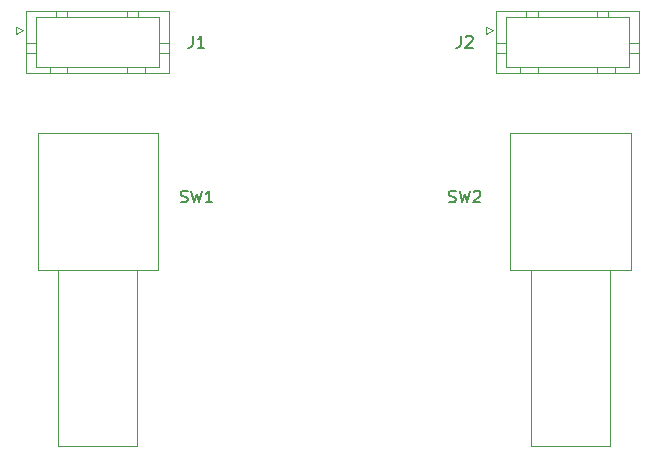
<source format=gbr>
%TF.GenerationSoftware,KiCad,Pcbnew,9.0.5*%
%TF.CreationDate,2025-10-21T11:31:11+02:00*%
%TF.ProjectId,PCB_switches,5043425f-7377-4697-9463-6865732e6b69,rev?*%
%TF.SameCoordinates,Original*%
%TF.FileFunction,Legend,Top*%
%TF.FilePolarity,Positive*%
%FSLAX46Y46*%
G04 Gerber Fmt 4.6, Leading zero omitted, Abs format (unit mm)*
G04 Created by KiCad (PCBNEW 9.0.5) date 2025-10-21 11:31:11*
%MOMM*%
%LPD*%
G01*
G04 APERTURE LIST*
%ADD10C,0.150000*%
%ADD11C,0.120000*%
G04 APERTURE END LIST*
D10*
X116066667Y-102507200D02*
X116209524Y-102554819D01*
X116209524Y-102554819D02*
X116447619Y-102554819D01*
X116447619Y-102554819D02*
X116542857Y-102507200D01*
X116542857Y-102507200D02*
X116590476Y-102459580D01*
X116590476Y-102459580D02*
X116638095Y-102364342D01*
X116638095Y-102364342D02*
X116638095Y-102269104D01*
X116638095Y-102269104D02*
X116590476Y-102173866D01*
X116590476Y-102173866D02*
X116542857Y-102126247D01*
X116542857Y-102126247D02*
X116447619Y-102078628D01*
X116447619Y-102078628D02*
X116257143Y-102031009D01*
X116257143Y-102031009D02*
X116161905Y-101983390D01*
X116161905Y-101983390D02*
X116114286Y-101935771D01*
X116114286Y-101935771D02*
X116066667Y-101840533D01*
X116066667Y-101840533D02*
X116066667Y-101745295D01*
X116066667Y-101745295D02*
X116114286Y-101650057D01*
X116114286Y-101650057D02*
X116161905Y-101602438D01*
X116161905Y-101602438D02*
X116257143Y-101554819D01*
X116257143Y-101554819D02*
X116495238Y-101554819D01*
X116495238Y-101554819D02*
X116638095Y-101602438D01*
X116971429Y-101554819D02*
X117209524Y-102554819D01*
X117209524Y-102554819D02*
X117400000Y-101840533D01*
X117400000Y-101840533D02*
X117590476Y-102554819D01*
X117590476Y-102554819D02*
X117828572Y-101554819D01*
X118733333Y-102554819D02*
X118161905Y-102554819D01*
X118447619Y-102554819D02*
X118447619Y-101554819D01*
X118447619Y-101554819D02*
X118352381Y-101697676D01*
X118352381Y-101697676D02*
X118257143Y-101792914D01*
X118257143Y-101792914D02*
X118161905Y-101840533D01*
X117066666Y-88454819D02*
X117066666Y-89169104D01*
X117066666Y-89169104D02*
X117019047Y-89311961D01*
X117019047Y-89311961D02*
X116923809Y-89407200D01*
X116923809Y-89407200D02*
X116780952Y-89454819D01*
X116780952Y-89454819D02*
X116685714Y-89454819D01*
X118066666Y-89454819D02*
X117495238Y-89454819D01*
X117780952Y-89454819D02*
X117780952Y-88454819D01*
X117780952Y-88454819D02*
X117685714Y-88597676D01*
X117685714Y-88597676D02*
X117590476Y-88692914D01*
X117590476Y-88692914D02*
X117495238Y-88740533D01*
X139766666Y-88454819D02*
X139766666Y-89169104D01*
X139766666Y-89169104D02*
X139719047Y-89311961D01*
X139719047Y-89311961D02*
X139623809Y-89407200D01*
X139623809Y-89407200D02*
X139480952Y-89454819D01*
X139480952Y-89454819D02*
X139385714Y-89454819D01*
X140195238Y-88550057D02*
X140242857Y-88502438D01*
X140242857Y-88502438D02*
X140338095Y-88454819D01*
X140338095Y-88454819D02*
X140576190Y-88454819D01*
X140576190Y-88454819D02*
X140671428Y-88502438D01*
X140671428Y-88502438D02*
X140719047Y-88550057D01*
X140719047Y-88550057D02*
X140766666Y-88645295D01*
X140766666Y-88645295D02*
X140766666Y-88740533D01*
X140766666Y-88740533D02*
X140719047Y-88883390D01*
X140719047Y-88883390D02*
X140147619Y-89454819D01*
X140147619Y-89454819D02*
X140766666Y-89454819D01*
X138766667Y-102507200D02*
X138909524Y-102554819D01*
X138909524Y-102554819D02*
X139147619Y-102554819D01*
X139147619Y-102554819D02*
X139242857Y-102507200D01*
X139242857Y-102507200D02*
X139290476Y-102459580D01*
X139290476Y-102459580D02*
X139338095Y-102364342D01*
X139338095Y-102364342D02*
X139338095Y-102269104D01*
X139338095Y-102269104D02*
X139290476Y-102173866D01*
X139290476Y-102173866D02*
X139242857Y-102126247D01*
X139242857Y-102126247D02*
X139147619Y-102078628D01*
X139147619Y-102078628D02*
X138957143Y-102031009D01*
X138957143Y-102031009D02*
X138861905Y-101983390D01*
X138861905Y-101983390D02*
X138814286Y-101935771D01*
X138814286Y-101935771D02*
X138766667Y-101840533D01*
X138766667Y-101840533D02*
X138766667Y-101745295D01*
X138766667Y-101745295D02*
X138814286Y-101650057D01*
X138814286Y-101650057D02*
X138861905Y-101602438D01*
X138861905Y-101602438D02*
X138957143Y-101554819D01*
X138957143Y-101554819D02*
X139195238Y-101554819D01*
X139195238Y-101554819D02*
X139338095Y-101602438D01*
X139671429Y-101554819D02*
X139909524Y-102554819D01*
X139909524Y-102554819D02*
X140100000Y-101840533D01*
X140100000Y-101840533D02*
X140290476Y-102554819D01*
X140290476Y-102554819D02*
X140528572Y-101554819D01*
X140861905Y-101650057D02*
X140909524Y-101602438D01*
X140909524Y-101602438D02*
X141004762Y-101554819D01*
X141004762Y-101554819D02*
X141242857Y-101554819D01*
X141242857Y-101554819D02*
X141338095Y-101602438D01*
X141338095Y-101602438D02*
X141385714Y-101650057D01*
X141385714Y-101650057D02*
X141433333Y-101745295D01*
X141433333Y-101745295D02*
X141433333Y-101840533D01*
X141433333Y-101840533D02*
X141385714Y-101983390D01*
X141385714Y-101983390D02*
X140814286Y-102554819D01*
X140814286Y-102554819D02*
X141433333Y-102554819D01*
%TO.C,SW1*%
D11*
X103947791Y-96717500D02*
X114147791Y-96717500D01*
X114147791Y-108317500D01*
X103947791Y-108317500D01*
X103947791Y-96717500D01*
X105697791Y-108317500D02*
X112397791Y-108317500D01*
X112397791Y-123217500D01*
X105697791Y-123217500D01*
X105697791Y-108317500D01*
%TO.C,J1*%
X102140000Y-87700000D02*
X102740000Y-88000000D01*
X102140000Y-88300000D02*
X102140000Y-87700000D01*
X102740000Y-88000000D02*
X102140000Y-88300000D01*
X102940000Y-86390000D02*
X102940000Y-91610000D01*
X102940000Y-89100000D02*
X103800000Y-89100000D01*
X102940000Y-89900000D02*
X103800000Y-89900000D01*
X102940000Y-91610000D02*
X115060000Y-91610000D01*
X103800000Y-86900000D02*
X103800000Y-91100000D01*
X103800000Y-91100000D02*
X114200000Y-91100000D01*
X104970000Y-91610000D02*
X104970000Y-91100000D01*
X105530000Y-86390000D02*
X105530000Y-86900000D01*
X106470000Y-86390000D02*
X106470000Y-86900000D01*
X106470000Y-91610000D02*
X106470000Y-91100000D01*
X111530000Y-86390000D02*
X111530000Y-86900000D01*
X111530000Y-91610000D02*
X111530000Y-91100000D01*
X112470000Y-86390000D02*
X112470000Y-86900000D01*
X113030000Y-91610000D02*
X113030000Y-91100000D01*
X114200000Y-86900000D02*
X103800000Y-86900000D01*
X114200000Y-91100000D02*
X114200000Y-86900000D01*
X115060000Y-86390000D02*
X102940000Y-86390000D01*
X115060000Y-89100000D02*
X114200000Y-89100000D01*
X115060000Y-89900000D02*
X114200000Y-89900000D01*
X115060000Y-91610000D02*
X115060000Y-86390000D01*
%TO.C,J2*%
X141940000Y-87700000D02*
X142540000Y-88000000D01*
X141940000Y-88300000D02*
X141940000Y-87700000D01*
X142540000Y-88000000D02*
X141940000Y-88300000D01*
X142740000Y-86390000D02*
X142740000Y-91610000D01*
X142740000Y-89100000D02*
X143600000Y-89100000D01*
X142740000Y-89900000D02*
X143600000Y-89900000D01*
X142740000Y-91610000D02*
X154860000Y-91610000D01*
X143600000Y-86900000D02*
X143600000Y-91100000D01*
X143600000Y-91100000D02*
X154000000Y-91100000D01*
X144770000Y-91610000D02*
X144770000Y-91100000D01*
X145330000Y-86390000D02*
X145330000Y-86900000D01*
X146270000Y-86390000D02*
X146270000Y-86900000D01*
X146270000Y-91610000D02*
X146270000Y-91100000D01*
X151330000Y-86390000D02*
X151330000Y-86900000D01*
X151330000Y-91610000D02*
X151330000Y-91100000D01*
X152270000Y-86390000D02*
X152270000Y-86900000D01*
X152830000Y-91610000D02*
X152830000Y-91100000D01*
X154000000Y-86900000D02*
X143600000Y-86900000D01*
X154000000Y-91100000D02*
X154000000Y-86900000D01*
X154860000Y-86390000D02*
X142740000Y-86390000D01*
X154860000Y-89100000D02*
X154000000Y-89100000D01*
X154860000Y-89900000D02*
X154000000Y-89900000D01*
X154860000Y-91610000D02*
X154860000Y-86390000D01*
%TO.C,SW2*%
X143947791Y-96717500D02*
X154147791Y-96717500D01*
X154147791Y-108317500D01*
X143947791Y-108317500D01*
X143947791Y-96717500D01*
X145697791Y-108317500D02*
X152397791Y-108317500D01*
X152397791Y-123217500D01*
X145697791Y-123217500D01*
X145697791Y-108317500D01*
%TD*%
M02*

</source>
